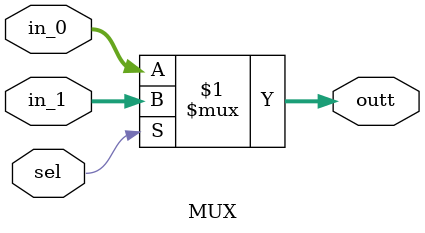
<source format=v>


module MUX(
    input [31:0] in_0, in_1,
    input sel,
    output [31:0] outt
    );
    assign outt = sel ? in_1 : in_0;
endmodule

</source>
